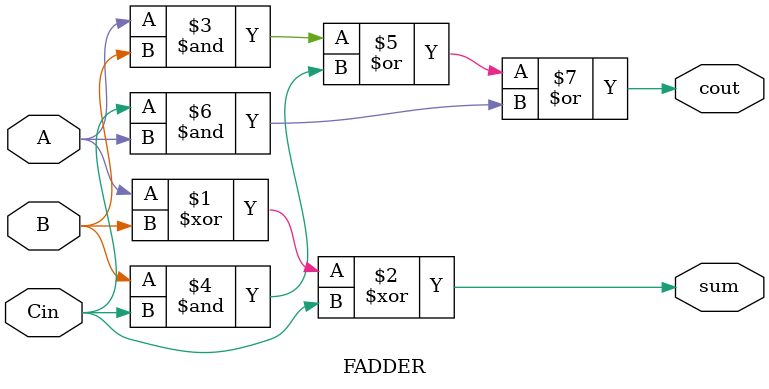
<source format=v>
`timescale 1ns / 1ps
module FADDER(
    input A,B,Cin,
    output sum , cout
    );
	 /*wire n0, n1, n2;
	 and and0(n0, A, B);
	 and and1(n1, B, Cin);
	 and and2(n2, Cin, A);
	 
	 wire y0;
	 or or0(y0, n0, n1);
	 or or1(cout, y0, n2);
	 
	 xor X1(sum, A, B, Cin); */
	 
	assign sum=A^B^Cin;
	assign cout= (A&B)|(B&Cin)|(Cin&A);
endmodule

</source>
